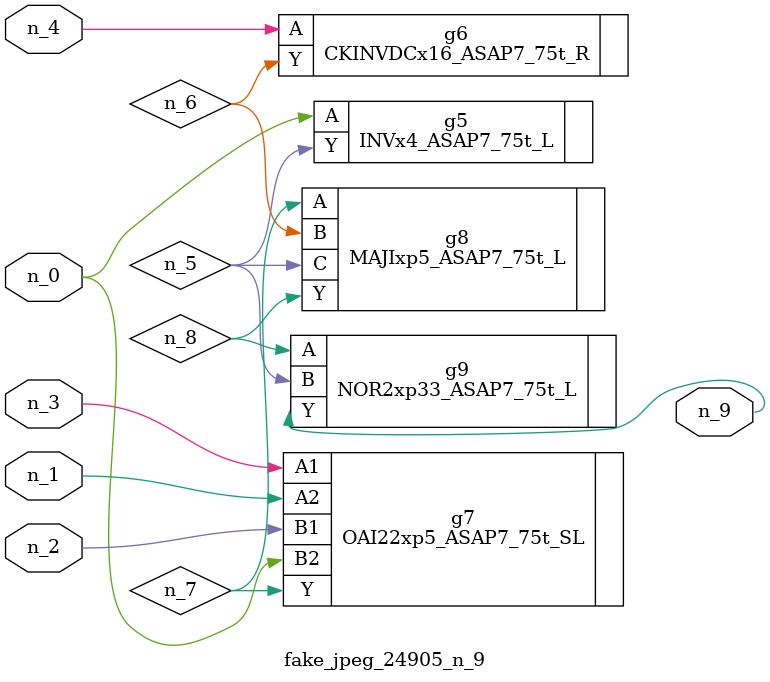
<source format=v>
module fake_jpeg_24905_n_9 (n_3, n_2, n_1, n_0, n_4, n_9);

input n_3;
input n_2;
input n_1;
input n_0;
input n_4;

output n_9;

wire n_8;
wire n_6;
wire n_5;
wire n_7;

INVx4_ASAP7_75t_L g5 ( 
.A(n_0),
.Y(n_5)
);

CKINVDCx16_ASAP7_75t_R g6 ( 
.A(n_4),
.Y(n_6)
);

OAI22xp5_ASAP7_75t_SL g7 ( 
.A1(n_3),
.A2(n_1),
.B1(n_2),
.B2(n_0),
.Y(n_7)
);

MAJIxp5_ASAP7_75t_L g8 ( 
.A(n_7),
.B(n_6),
.C(n_5),
.Y(n_8)
);

NOR2xp33_ASAP7_75t_L g9 ( 
.A(n_8),
.B(n_5),
.Y(n_9)
);


endmodule
</source>
